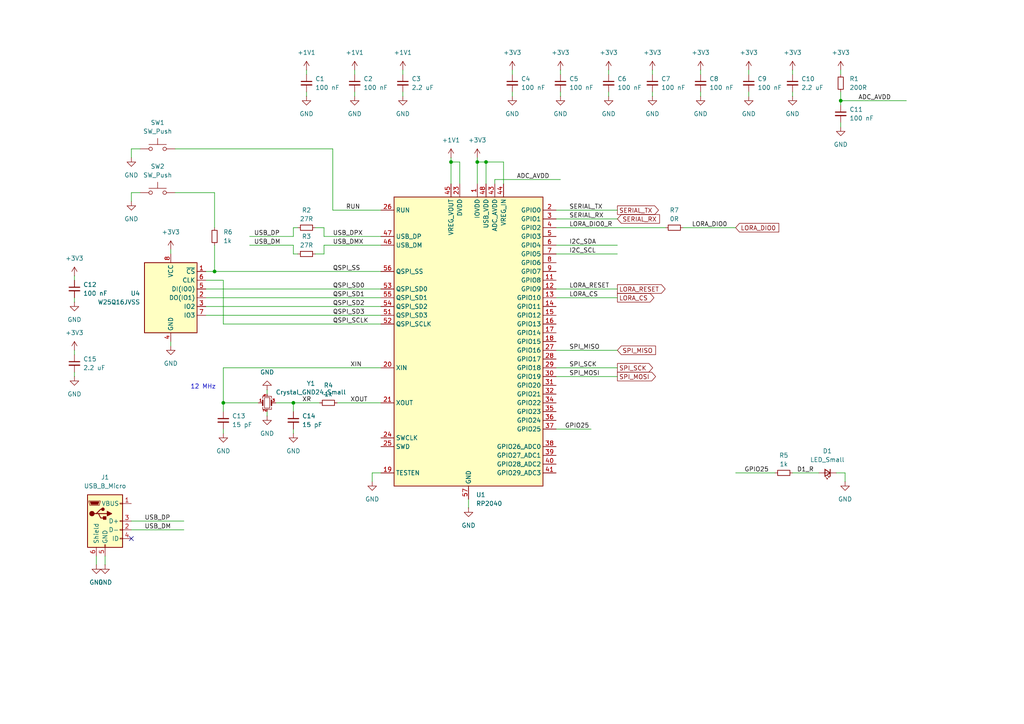
<source format=kicad_sch>
(kicad_sch (version 20231120) (generator "eeschema") (generator_version "8.0")
  (paper "A4")
  (title_block (title "RP2040LoRaTracker") (date "2025-03-31") (rev "0.1") (company "generationmake"))
  (lib_symbols
    (symbol "Connector:USB_B_Micro" (pin_names (offset 1.016))
      (property "Reference" "J" (at -5.08 11.43 0))
      (property "Value" "USB_B_Micro" (at -5.08 8.89 0))
      (symbol "USB_B_Micro_0_1"
        (rectangle (start -5.08 -7.62) (end 5.08 7.62) (stroke (width 0.254)) (fill (type background)))
        (circle (center -3.81 2.159) (radius 0.635) (stroke (width 0.254)) (fill (type outline)))
        (circle (center -0.635 3.429) (radius 0.381) (stroke (width 0.254)) (fill (type outline)))
        (rectangle (start -0.127 -7.62) (end 0.127 -6.858))
        (polyline (pts (xy -1.905 2.159) (xy 0.635 2.159)) (stroke (width 0.254)))
        (polyline (pts (xy -3.175 2.159) (xy -2.54 2.159) (xy -1.27 3.429) (xy -0.635 3.429)) (stroke (width 0.254)))
        (polyline (pts (xy -2.54 2.159) (xy -1.905 2.159) (xy -1.27 0.889) (xy 0 0.889)) (stroke (width 0.254)))
        (polyline (pts (xy 0.635 2.794) (xy 0.635 1.524) (xy 1.905 2.159) (xy 0.635 2.794)) (stroke (width 0.254)) (fill (type outline)))
        (polyline (pts (xy -4.318 5.588) (xy -1.778 5.588) (xy -2.032 4.826) (xy -4.064 4.826) (xy -4.318 5.588)) (fill (type outline)))
        (polyline (pts (xy -4.699 5.842) (xy -4.699 5.588) (xy -4.445 4.826) (xy -4.445 4.572) (xy -1.651 4.572) (xy -1.651 4.826) (xy -1.397 5.588) (xy -1.397 5.842) (xy -4.699 5.842)))
        (rectangle (start 0.254 1.27) (end -0.508 0.508) (stroke (width 0.254)) (fill (type outline)))
        (rectangle (start 5.08 -5.207) (end 4.318 -4.953))
        (rectangle (start 5.08 -2.667) (end 4.318 -2.413))
        (rectangle (start 5.08 -0.127) (end 4.318 0.127))
        (rectangle (start 5.08 4.953) (end 4.318 5.207))
      )
      (symbol "USB_B_Micro_1_1"
        (pin power_out line (at 7.62 5.08 180) (length 2.54) (name "VBUS") (number "1"))
        (pin bidirectional line (at 7.62 -2.54 180) (length 2.54) (name "D-") (number "2"))
        (pin bidirectional line (at 7.62 0 180) (length 2.54) (name "D+") (number "3"))
        (pin passive line (at 7.62 -5.08 180) (length 2.54) (name "ID") (number "4"))
        (pin power_out line (at 0 -10.16 90) (length 2.54) (name "GND") (number "5"))
        (pin passive line (at -2.54 -10.16 90) (length 2.54) (name "Shield") (number "6"))
      )
    )
    (symbol "Device:C_Small" (pin_numbers hide) (pin_names (offset 0.254) hide)
      (property "Reference" "C" (at 0.254 1.778 0))
      (property "Value" "C_Small" (at 0.254 -2.032 0))
      (symbol "C_Small_0_1"
        (polyline (pts (xy -1.524 -0.508) (xy 1.524 -0.508)) (stroke (width 0.3302)))
        (polyline (pts (xy -1.524 0.508) (xy 1.524 0.508)) (stroke (width 0.3048)))
      )
      (symbol "C_Small_1_1"
        (pin passive line (at 0 2.54 270) (length 2.032) (name "~") (number "1"))
        (pin passive line (at 0 -2.54 90) (length 2.032) (name "~") (number "2"))
      )
    )
    (symbol "Device:Crystal_GND24_Small" (pin_names (offset 1.016) hide)
      (property "Reference" "Y" (at 1.27 4.445 0))
      (property "Value" "Crystal_GND24_Small" (at 1.27 2.54 0))
      (symbol "Crystal_GND24_Small_0_1"
        (rectangle (start -0.762 -1.524) (end 0.762 1.524))
        (polyline (pts (xy -1.27 -0.762) (xy -1.27 0.762)) (stroke (width 0.381)))
        (polyline (pts (xy 1.27 -0.762) (xy 1.27 0.762)) (stroke (width 0.381)))
        (polyline (pts (xy -1.27 -1.27) (xy -1.27 -1.905) (xy 1.27 -1.905) (xy 1.27 -1.27)))
        (polyline (pts (xy -1.27 1.27) (xy -1.27 1.905) (xy 1.27 1.905) (xy 1.27 1.27)))
      )
      (symbol "Crystal_GND24_Small_1_1"
        (pin passive line (at -2.54 0 0) (length 1.27) (name "1") (number "1"))
        (pin passive line (at 0 -2.54 90) (length 0.635) (name "2") (number "2"))
        (pin passive line (at 2.54 0 180) (length 1.27) (name "3") (number "3"))
        (pin passive line (at 0 2.54 270) (length 0.635) (name "4") (number "4"))
      )
    )
    (symbol "Device:LED_Small" (pin_numbers hide) (pin_names (offset 0.254) hide)
      (property "Reference" "D" (at -1.27 3.175 0))
      (property "Value" "LED_Small" (at -4.445 -2.54 0))
      (symbol "LED_Small_0_1"
        (polyline (pts (xy -0.762 -1.016) (xy -0.762 1.016)) (stroke (width 0.254)))
        (polyline (pts (xy 1.016 0) (xy -0.762 0)))
        (polyline (pts (xy 0.762 -1.016) (xy -0.762 0) (xy 0.762 1.016) (xy 0.762 -1.016)) (stroke (width 0.254)))
        (polyline (pts (xy 0 0.762) (xy -0.508 1.27) (xy -0.254 1.27) (xy -0.508 1.27) (xy -0.508 1.016)))
        (polyline (pts (xy 0.508 1.27) (xy 0 1.778) (xy 0.254 1.778) (xy 0 1.778) (xy 0 1.524)))
      )
      (symbol "LED_Small_1_1"
        (pin passive line (at -2.54 0 0) (length 1.778) (name "K") (number "1"))
        (pin passive line (at 2.54 0 180) (length 1.778) (name "A") (number "2"))
      )
    )
    (symbol "Device:R_Small" (pin_numbers hide) (pin_names (offset 0.254) hide)
      (property "Reference" "R" (at 0.762 0.508 0))
      (property "Value" "R_Small" (at 0.762 -1.016 0))
      (symbol "R_Small_0_1"
        (rectangle (start -0.762 1.778) (end 0.762 -1.778) (stroke (width 0.2032)))
      )
      (symbol "R_Small_1_1"
        (pin passive line (at 0 2.54 270) (length 0.762) (name "~") (number "1"))
        (pin passive line (at 0 -2.54 90) (length 0.762) (name "~") (number "2"))
      )
    )
    (symbol "MCU_RaspberryPi:RP2040"
      (property "Reference" "U" (at 17.78 45.72 0))
      (property "Value" "RP2040" (at 17.78 43.18 0))
      (symbol "RP2040_0_1"
        (rectangle (start -21.59 41.91) (end 21.59 -41.91) (stroke (width 0.254)) (fill (type background)))
      )
      (symbol "RP2040_1_1"
        (pin power_in line (at 2.54 45.72 270) (length 3.81) (name "IOVDD") (number "1"))
        (pin passive line (at 2.54 45.72 270) (length 3.81) hide (name "IOVDD") (number "10"))
        (pin bidirectional line (at 25.4 17.78 180) (length 3.81) (name "GPIO8") (number "11"))
        (pin bidirectional line (at 25.4 15.24 180) (length 3.81) (name "GPIO9") (number "12"))
        (pin bidirectional line (at 25.4 12.7 180) (length 3.81) (name "GPIO10") (number "13"))
        (pin bidirectional line (at 25.4 10.16 180) (length 3.81) (name "GPIO11") (number "14"))
        (pin bidirectional line (at 25.4 7.62 180) (length 3.81) (name "GPIO12") (number "15"))
        (pin bidirectional line (at 25.4 5.08 180) (length 3.81) (name "GPIO13") (number "16"))
        (pin bidirectional line (at 25.4 2.54 180) (length 3.81) (name "GPIO14") (number "17"))
        (pin bidirectional line (at 25.4 0 180) (length 3.81) (name "GPIO15") (number "18"))
        (pin input line (at -25.4 -38.1 0) (length 3.81) (name "TESTEN") (number "19"))
        (pin bidirectional line (at 25.4 38.1 180) (length 3.81) (name "GPIO0") (number "2"))
        (pin input line (at -25.4 -7.62 0) (length 3.81) (name "XIN") (number "20"))
        (pin passive line (at -25.4 -17.78 0) (length 3.81) (name "XOUT") (number "21"))
        (pin passive line (at 2.54 45.72 270) (length 3.81) hide (name "IOVDD") (number "22"))
        (pin power_in line (at -2.54 45.72 270) (length 3.81) (name "DVDD") (number "23"))
        (pin input line (at -25.4 -27.94 0) (length 3.81) (name "SWCLK") (number "24"))
        (pin bidirectional line (at -25.4 -30.48 0) (length 3.81) (name "SWD") (number "25"))
        (pin input line (at -25.4 38.1 0) (length 3.81) (name "RUN") (number "26"))
        (pin bidirectional line (at 25.4 -2.54 180) (length 3.81) (name "GPIO16") (number "27"))
        (pin bidirectional line (at 25.4 -5.08 180) (length 3.81) (name "GPIO17") (number "28"))
        (pin bidirectional line (at 25.4 -7.62 180) (length 3.81) (name "GPIO18") (number "29"))
        (pin bidirectional line (at 25.4 35.56 180) (length 3.81) (name "GPIO1") (number "3"))
        (pin bidirectional line (at 25.4 -10.16 180) (length 3.81) (name "GPIO19") (number "30"))
        (pin bidirectional line (at 25.4 -12.7 180) (length 3.81) (name "GPIO20") (number "31"))
        (pin bidirectional line (at 25.4 -15.24 180) (length 3.81) (name "GPIO21") (number "32"))
        (pin passive line (at 2.54 45.72 270) (length 3.81) hide (name "IOVDD") (number "33"))
        (pin bidirectional line (at 25.4 -17.78 180) (length 3.81) (name "GPIO22") (number "34"))
        (pin bidirectional line (at 25.4 -20.32 180) (length 3.81) (name "GPIO23") (number "35"))
        (pin bidirectional line (at 25.4 -22.86 180) (length 3.81) (name "GPIO24") (number "36"))
        (pin bidirectional line (at 25.4 -25.4 180) (length 3.81) (name "GPIO25") (number "37"))
        (pin bidirectional line (at 25.4 -30.48 180) (length 3.81) (name "GPIO26_ADC0") (number "38"))
        (pin bidirectional line (at 25.4 -33.02 180) (length 3.81) (name "GPIO27_ADC1") (number "39"))
        (pin bidirectional line (at 25.4 33.02 180) (length 3.81) (name "GPIO2") (number "4"))
        (pin bidirectional line (at 25.4 -35.56 180) (length 3.81) (name "GPIO28_ADC2") (number "40"))
        (pin bidirectional line (at 25.4 -38.1 180) (length 3.81) (name "GPIO29_ADC3") (number "41"))
        (pin passive line (at 2.54 45.72 270) (length 3.81) hide (name "IOVDD") (number "42"))
        (pin power_in line (at 7.62 45.72 270) (length 3.81) (name "ADC_AVDD") (number "43"))
        (pin power_in line (at 10.16 45.72 270) (length 3.81) (name "VREG_IN") (number "44"))
        (pin power_out line (at -5.08 45.72 270) (length 3.81) (name "VREG_VOUT") (number "45"))
        (pin bidirectional line (at -25.4 27.94 0) (length 3.81) (name "USB_DM") (number "46"))
        (pin bidirectional line (at -25.4 30.48 0) (length 3.81) (name "USB_DP") (number "47"))
        (pin power_in line (at 5.08 45.72 270) (length 3.81) (name "USB_VDD") (number "48"))
        (pin passive line (at 2.54 45.72 270) (length 3.81) hide (name "IOVDD") (number "49"))
        (pin bidirectional line (at 25.4 30.48 180) (length 3.81) (name "GPIO3") (number "5"))
        (pin passive line (at -2.54 45.72 270) (length 3.81) hide (name "DVDD") (number "50"))
        (pin bidirectional line (at -25.4 7.62 0) (length 3.81) (name "QSPI_SD3") (number "51"))
        (pin output line (at -25.4 5.08 0) (length 3.81) (name "QSPI_SCLK") (number "52"))
        (pin bidirectional line (at -25.4 15.24 0) (length 3.81) (name "QSPI_SD0") (number "53"))
        (pin bidirectional line (at -25.4 10.16 0) (length 3.81) (name "QSPI_SD2") (number "54"))
        (pin bidirectional line (at -25.4 12.7 0) (length 3.81) (name "QSPI_SD1") (number "55"))
        (pin bidirectional line (at -25.4 20.32 0) (length 3.81) (name "QSPI_SS") (number "56"))
        (pin power_in line (at 0 -45.72 90) (length 3.81) (name "GND") (number "57"))
        (pin bidirectional line (at 25.4 27.94 180) (length 3.81) (name "GPIO4") (number "6"))
        (pin bidirectional line (at 25.4 25.4 180) (length 3.81) (name "GPIO5") (number "7"))
        (pin bidirectional line (at 25.4 22.86 180) (length 3.81) (name "GPIO6") (number "8"))
        (pin bidirectional line (at 25.4 20.32 180) (length 3.81) (name "GPIO7") (number "9"))
      )
    )
    (symbol "Memory_Flash:W25Q16JVSS"
      (property "Reference" "U" (at -6.35 11.43 0))
      (property "Value" "W25Q16JVSS" (at 7.62 11.43 0))
      (symbol "W25Q16JVSS_0_1"
        (rectangle (start -7.62 10.16) (end 7.62 -10.16) (stroke (width 0.254)) (fill (type background)))
      )
      (symbol "W25Q16JVSS_1_1"
        (pin input line (at -10.16 7.62 0) (length 2.54) (name "~{CS}") (number "1"))
        (pin bidirectional line (at -10.16 0 0) (length 2.54) (name "DO(IO1)") (number "2"))
        (pin bidirectional line (at -10.16 -2.54 0) (length 2.54) (name "IO2") (number "3"))
        (pin power_in line (at 0 -12.7 90) (length 2.54) (name "GND") (number "4"))
        (pin bidirectional line (at -10.16 2.54 0) (length 2.54) (name "DI(IO0)") (number "5"))
        (pin input line (at -10.16 5.08 0) (length 2.54) (name "CLK") (number "6"))
        (pin bidirectional line (at -10.16 -5.08 0) (length 2.54) (name "IO3") (number "7"))
        (pin power_in line (at 0 12.7 270) (length 2.54) (name "VCC") (number "8"))
      )
    )
    (symbol "Switch:SW_Push" (pin_numbers hide) (pin_names (offset 1.016) hide)
      (property "Reference" "SW" (at 1.27 2.54 0))
      (property "Value" "SW_Push" (at 0 -1.524 0))
      (symbol "SW_Push_0_1"
        (circle (center -2.032 0) (radius 0.508))
        (polyline (pts (xy 0 1.27) (xy 0 3.048)))
        (polyline (pts (xy 2.54 1.27) (xy -2.54 1.27)))
        (circle (center 2.032 0) (radius 0.508))
        (pin passive line (at -5.08 0 0) (length 2.54) (name "1") (number "1"))
        (pin passive line (at 5.08 0 180) (length 2.54) (name "2") (number "2"))
      )
    )
    (symbol "power:+1V1" (power) (pin_numbers hide) (pin_names (offset 0) hide)
      (property "Value" "+1V1" (at 0 3.556 0))
      (symbol "+1V1_0_1"
        (polyline (pts (xy -0.762 1.27) (xy 0 2.54)))
        (polyline (pts (xy 0 0) (xy 0 2.54)))
        (polyline (pts (xy 0 2.54) (xy 0.762 1.27)))
      )
      (symbol "+1V1_1_1"
        (pin power_in line (at 0 0 90) (length 0) (name "~") (number "1"))
      )
    )
    (symbol "power:+3V3" (power) (pin_numbers hide) (pin_names (offset 0) hide)
      (property "Value" "+3V3" (at 0 3.556 0))
      (symbol "+3V3_0_1"
        (polyline (pts (xy -0.762 1.27) (xy 0 2.54)))
        (polyline (pts (xy 0 0) (xy 0 2.54)))
        (polyline (pts (xy 0 2.54) (xy 0.762 1.27)))
      )
      (symbol "+3V3_1_1"
        (pin power_in line (at 0 0 90) (length 0) (name "~") (number "1"))
      )
    )
    (symbol "power:GND" (power) (pin_numbers hide) (pin_names (offset 0) hide)
      (property "Value" "GND" (at 0 -3.81 0))
      (symbol "GND_0_1"
        (polyline (pts (xy 0 0) (xy 0 -1.27) (xy 1.27 -1.27) (xy 0 -2.54) (xy -1.27 -1.27) (xy 0 -1.27)))
      )
      (symbol "GND_1_1"
        (pin power_in line (at 0 0 270) (length 0) (name "~") (number "1"))
      )
    )
  )
  (junction (at 130.81 46.99))
  (junction (at 85.09 116.84))
  (junction (at 64.77 116.84))
  (junction (at 62.23 78.74))
  (junction (at 140.97 46.99))
  (junction (at 243.84 29.21))
  (junction (at 138.43 46.99))
  (no_connect (at 38.1 156.21))
  (wire (pts (xy 146.05 53.34) (xy 146.05 46.99)))
  (wire (pts (xy 189.23 26.67) (xy 189.23 27.94)))
  (wire (pts (xy 116.84 20.32) (xy 116.84 21.59)))
  (wire (pts (xy 229.87 26.67) (xy 229.87 27.94)))
  (wire (pts (xy 59.69 83.82) (xy 110.49 83.82)))
  (wire (pts (xy 40.64 43.18) (xy 38.1 43.18)))
  (wire (pts (xy 21.59 86.36) (xy 21.59 87.63)))
  (wire (pts (xy 85.09 71.12) (xy 85.09 73.66)))
  (wire (pts (xy 93.98 71.12) (xy 93.98 73.66)))
  (wire (pts (xy 148.59 26.67) (xy 148.59 27.94)))
  (wire (pts (xy 21.59 101.6) (xy 21.59 102.87)))
  (wire (pts (xy 85.09 68.58) (xy 85.09 66.04)))
  (wire (pts (xy 38.1 153.67) (xy 53.34 153.67)))
  (wire (pts (xy 140.97 46.99) (xy 146.05 46.99)))
  (wire (pts (xy 245.11 137.16) (xy 245.11 139.7)))
  (wire (pts (xy 161.29 109.22) (xy 179.07 109.22)))
  (wire (pts (xy 130.81 46.99) (xy 130.81 53.34)))
  (wire (pts (xy 49.53 72.39) (xy 49.53 73.66)))
  (wire (pts (xy 140.97 46.99) (xy 140.97 53.34)))
  (wire (pts (xy 38.1 43.18) (xy 38.1 45.72)))
  (wire (pts (xy 40.64 55.88) (xy 38.1 55.88)))
  (wire (pts (xy 243.84 35.56) (xy 243.84 36.83)))
  (wire (pts (xy 161.29 124.46) (xy 171.45 124.46)))
  (wire (pts (xy 64.77 124.46) (xy 64.77 125.73)))
  (wire (pts (xy 130.81 45.72) (xy 130.81 46.99)))
  (wire (pts (xy 77.47 119.38) (xy 77.47 120.65)))
  (wire (pts (xy 72.39 68.58) (xy 85.09 68.58)))
  (wire (pts (xy 93.98 71.12) (xy 110.49 71.12)))
  (wire (pts (xy 85.09 66.04) (xy 86.36 66.04)))
  (wire (pts (xy 162.56 20.32) (xy 162.56 21.59)))
  (wire (pts (xy 59.69 91.44) (xy 110.49 91.44)))
  (wire (pts (xy 85.09 116.84) (xy 85.09 119.38)))
  (wire (pts (xy 243.84 26.67) (xy 243.84 29.21)))
  (wire (pts (xy 162.56 26.67) (xy 162.56 27.94)))
  (wire (pts (xy 143.51 52.07) (xy 143.51 53.34)))
  (wire (pts (xy 176.53 20.32) (xy 176.53 21.59)))
  (wire (pts (xy 161.29 71.12) (xy 179.07 71.12)))
  (wire (pts (xy 229.87 137.16) (xy 237.49 137.16)))
  (wire (pts (xy 85.09 124.46) (xy 85.09 125.73)))
  (wire (pts (xy 30.48 161.29) (xy 30.48 163.83)))
  (wire (pts (xy 242.57 137.16) (xy 245.11 137.16)))
  (wire (pts (xy 72.39 71.12) (xy 85.09 71.12)))
  (wire (pts (xy 59.69 86.36) (xy 110.49 86.36)))
  (wire (pts (xy 133.35 53.34) (xy 133.35 46.99)))
  (wire (pts (xy 62.23 78.74) (xy 110.49 78.74)))
  (wire (pts (xy 96.52 43.18) (xy 50.8 43.18)))
  (wire (pts (xy 49.53 99.06) (xy 49.53 100.33)))
  (wire (pts (xy 203.2 26.67) (xy 203.2 27.94)))
  (wire (pts (xy 21.59 107.95) (xy 21.59 109.22)))
  (wire (pts (xy 161.29 106.68) (xy 179.07 106.68)))
  (wire (pts (xy 135.89 144.78) (xy 135.89 147.32)))
  (wire (pts (xy 64.77 116.84) (xy 74.93 116.84)))
  (wire (pts (xy 229.87 20.32) (xy 229.87 21.59)))
  (wire (pts (xy 64.77 93.98) (xy 64.77 81.28)))
  (wire (pts (xy 88.9 20.32) (xy 88.9 21.59)))
  (wire (pts (xy 138.43 45.72) (xy 138.43 46.99)))
  (wire (pts (xy 110.49 137.16) (xy 107.95 137.16)))
  (wire (pts (xy 203.2 20.32) (xy 203.2 21.59)))
  (wire (pts (xy 59.69 88.9) (xy 110.49 88.9)))
  (wire (pts (xy 116.84 26.67) (xy 116.84 27.94)))
  (wire (pts (xy 93.98 66.04) (xy 91.44 66.04)))
  (wire (pts (xy 243.84 29.21) (xy 262.89 29.21)))
  (wire (pts (xy 88.9 26.67) (xy 88.9 27.94)))
  (wire (pts (xy 85.09 116.84) (xy 92.71 116.84)))
  (wire (pts (xy 138.43 46.99) (xy 140.97 46.99)))
  (wire (pts (xy 96.52 60.96) (xy 96.52 43.18)))
  (wire (pts (xy 162.56 52.07) (xy 143.51 52.07)))
  (wire (pts (xy 85.09 73.66) (xy 86.36 73.66)))
  (wire (pts (xy 161.29 86.36) (xy 179.07 86.36)))
  (wire (pts (xy 62.23 71.12) (xy 62.23 78.74)))
  (wire (pts (xy 102.87 26.67) (xy 102.87 27.94)))
  (wire (pts (xy 161.29 101.6) (xy 179.07 101.6)))
  (wire (pts (xy 62.23 66.04) (xy 62.23 55.88)))
  (wire (pts (xy 161.29 73.66) (xy 179.07 73.66)))
  (wire (pts (xy 213.36 137.16) (xy 224.79 137.16)))
  (wire (pts (xy 189.23 20.32) (xy 189.23 21.59)))
  (wire (pts (xy 62.23 55.88) (xy 50.8 55.88)))
  (wire (pts (xy 93.98 68.58) (xy 110.49 68.58)))
  (wire (pts (xy 97.79 116.84) (xy 110.49 116.84)))
  (wire (pts (xy 80.01 116.84) (xy 85.09 116.84)))
  (wire (pts (xy 138.43 46.99) (xy 138.43 53.34)))
  (wire (pts (xy 161.29 63.5) (xy 179.07 63.5)))
  (wire (pts (xy 107.95 137.16) (xy 107.95 139.7)))
  (wire (pts (xy 110.49 60.96) (xy 96.52 60.96)))
  (wire (pts (xy 176.53 26.67) (xy 176.53 27.94)))
  (wire (pts (xy 243.84 20.32) (xy 243.84 21.59)))
  (wire (pts (xy 64.77 116.84) (xy 64.77 119.38)))
  (wire (pts (xy 161.29 66.04) (xy 193.04 66.04)))
  (wire (pts (xy 133.35 46.99) (xy 130.81 46.99)))
  (wire (pts (xy 102.87 20.32) (xy 102.87 21.59)))
  (wire (pts (xy 93.98 68.58) (xy 93.98 66.04)))
  (wire (pts (xy 38.1 55.88) (xy 38.1 58.42)))
  (wire (pts (xy 64.77 106.68) (xy 64.77 116.84)))
  (wire (pts (xy 77.47 113.03) (xy 77.47 114.3)))
  (wire (pts (xy 148.59 20.32) (xy 148.59 21.59)))
  (wire (pts (xy 38.1 151.13) (xy 53.34 151.13)))
  (wire (pts (xy 161.29 83.82) (xy 179.07 83.82)))
  (wire (pts (xy 243.84 29.21) (xy 243.84 30.48)))
  (wire (pts (xy 64.77 81.28) (xy 59.69 81.28)))
  (wire (pts (xy 27.94 161.29) (xy 27.94 163.83)))
  (wire (pts (xy 161.29 60.96) (xy 179.07 60.96)))
  (wire (pts (xy 59.69 78.74) (xy 62.23 78.74)))
  (wire (pts (xy 91.44 73.66) (xy 93.98 73.66)))
  (wire (pts (xy 110.49 93.98) (xy 64.77 93.98)))
  (wire (pts (xy 217.17 26.67) (xy 217.17 27.94)))
  (wire (pts (xy 21.59 80.01) (xy 21.59 81.28)))
  (wire (pts (xy 198.12 66.04) (xy 213.36 66.04)))
  (wire (pts (xy 110.49 106.68) (xy 64.77 106.68)))
  (wire (pts (xy 217.17 20.32) (xy 217.17 21.59)))
  (text "12 MHz" (at 58.928 112.268 0) (effects (font (size 1.27 1.27))))
  (label "LORA_CS" (at 165.1 86.36 0))
  (label "XOUT" (at 101.6 116.84 0))
  (label "USB_DM" (at 41.91 153.67 0))
  (label "USB_DP" (at 73.66 68.58 0))
  (label "XIN" (at 101.6 106.68 0))
  (label "LORA_DIO0_R" (at 165.1 66.04 0))
  (label "I2C_SCL" (at 165.1 73.66 0))
  (label "QSPI_SD2" (at 96.52 88.9 0))
  (label "SERIAL_TX" (at 165.1 60.96 0))
  (label "ADC_AVDD" (at 149.86 52.07 0))
  (label "QSPI_SD1" (at 96.52 86.36 0))
  (label "GPIO25" (at 163.83 124.46 0))
  (label "QSPI_SD3" (at 96.52 91.44 0))
  (label "USB_DP" (at 41.91 151.13 0))
  (label "RUN" (at 100.33 60.96 0))
  (label "XR" (at 87.63 116.84 0))
  (label "LORA_DIO0" (at 200.66 66.04 0))
  (label "QSPI_SD0" (at 96.52 83.82 0))
  (label "QSPI_SS" (at 96.52 78.74 0))
  (label "SPI_MISO" (at 165.1 101.6 0))
  (label "USB_DM" (at 73.66 71.12 0))
  (label "SPI_SCK" (at 165.1 106.68 0))
  (label "LORA_RESET" (at 165.1 83.82 0))
  (label "SERIAL_RX" (at 165.1 63.5 0))
  (label "GPIO25" (at 215.9 137.16 0))
  (label "USB_DPX" (at 96.52 68.58 0))
  (label "ADC_AVDD" (at 248.92 29.21 0))
  (label "USB_DMX" (at 96.52 71.12 0))
  (label "I2C_SDA" (at 165.1 71.12 0))
  (label "QSPI_SCLK" (at 96.52 93.98 0))
  (label "D1_R" (at 231.14 137.16 0))
  (label "SPI_MOSI" (at 165.1 109.22 0))
  (global_label "LORA_CS" (shape output) (at 179.07 86.36 0) (property "Intersheetrefs" "${INTERSHEET_REFS}" (effects (hide yes))))
  (global_label "SPI_MISO" (shape input) (at 179.07 101.6 0) (property "Intersheetrefs" "${INTERSHEET_REFS}" (effects (hide yes))))
  (global_label "LORA_RESET" (shape output) (at 179.07 83.82 0) (property "Intersheetrefs" "${INTERSHEET_REFS}" (effects (hide yes))))
  (global_label "SERIAL_RX" (shape input) (at 179.07 63.5 0) (property "Intersheetrefs" "${INTERSHEET_REFS}" (effects (hide yes))))
  (global_label "LORA_DIO0" (shape input) (at 213.36 66.04 0) (property "Intersheetrefs" "${INTERSHEET_REFS}" (effects (hide yes))))
  (global_label "SPI_MOSI" (shape output) (at 179.07 109.22 0) (property "Intersheetrefs" "${INTERSHEET_REFS}" (effects (hide yes))))
  (global_label "SPI_SCK" (shape output) (at 179.07 106.68 0) (property "Intersheetrefs" "${INTERSHEET_REFS}" (effects (hide yes))))
  (global_label "SERIAL_TX" (shape output) (at 179.07 60.96 0) (property "Intersheetrefs" "${INTERSHEET_REFS}" (effects (hide yes))))
  (symbol (lib_id "power:GND") (at 77.47 120.65 0) (unit 1)
    (property "Reference" "#PWR34" (effects (hide yes)))
    (property "Value" "GND" (at 77.47 125.73 0))
    (property "Description" "Power symbol creates a global label with name \"GND\" , ground" (effects (hide yes)))
  )
  (symbol (lib_id "Device:C_Small") (at 64.77 121.92 0) (unit 1)
    (property "Reference" "C13" (at 67.31 120.6562 0) (effects (justify left)))
    (property "Value" "15 pF" (at 67.31 123.1962 0) (effects (justify left)))
    (property "Footprint" "Capacitor_SMD:C_0603_1608Metric" (effects (hide yes)))
    (property "Description" "Unpolarized capacitor, small symbol" (effects (hide yes)))
  )
  (symbol (lib_id "Device:C_Small") (at 162.56 24.13 0) (unit 1)
    (property "Reference" "C5" (at 165.1 22.8662 0) (effects (justify left)))
    (property "Value" "100 nF" (at 165.1 25.4062 0) (effects (justify left)))
    (property "Footprint" "Capacitor_SMD:C_0603_1608Metric" (effects (hide yes)))
    (property "Description" "Unpolarized capacitor, small symbol" (effects (hide yes)))
  )
  (symbol (lib_id "Device:R_Small") (at 62.23 68.58 0) (unit 1)
    (property "Reference" "R6" (at 64.77 67.3099 0) (effects (justify left)))
    (property "Value" "1k" (at 64.77 69.8499 0) (effects (justify left)))
    (property "Footprint" "Resistor_SMD:R_0603_1608Metric" (effects (hide yes)))
    (property "Description" "Resistor, small symbol" (effects (hide yes)))
  )
  (symbol (lib_id "power:GND") (at 176.53 27.94 0) (unit 1)
    (property "Reference" "#PWR18" (effects (hide yes)))
    (property "Value" "GND" (at 176.53 33.02 0))
    (property "Description" "Power symbol creates a global label with name \"GND\" , ground" (effects (hide yes)))
  )
  (symbol (lib_id "Device:C_Small") (at 88.9 24.13 0) (unit 1)
    (property "Reference" "C1" (at 91.44 22.8662 0) (effects (justify left)))
    (property "Value" "100 nF" (at 91.44 25.4062 0) (effects (justify left)))
    (property "Footprint" "Capacitor_SMD:C_0603_1608Metric" (effects (hide yes)))
    (property "Description" "Unpolarized capacitor, small symbol" (effects (hide yes)))
  )
  (symbol (lib_id "Device:R_Small") (at 88.9 73.66 90) (unit 1)
    (property "Reference" "R3" (at 88.9 68.58 90))
    (property "Value" "27R" (at 88.9 71.12 90))
    (property "Footprint" "Resistor_SMD:R_0603_1608Metric" (effects (hide yes)))
    (property "Description" "Resistor, small symbol" (effects (hide yes)))
  )
  (symbol (lib_id "Device:R_Small") (at 243.84 24.13 0) (unit 1)
    (property "Reference" "R1" (at 246.38 22.8599 0) (effects (justify left)))
    (property "Value" "200R" (at 246.38 25.3999 0) (effects (justify left)))
    (property "Footprint" "Resistor_SMD:R_0603_1608Metric" (effects (hide yes)))
    (property "Description" "Resistor, small symbol" (effects (hide yes)))
  )
  (symbol (lib_id "power:GND") (at 49.53 100.33 0) (unit 1)
    (property "Reference" "#PWR39" (effects (hide yes)))
    (property "Value" "GND" (at 49.53 105.41 0))
    (property "Description" "Power symbol creates a global label with name \"GND\" , ground" (effects (hide yes)))
  )
  (symbol (lib_id "power:+3V3") (at 21.59 101.6 0) (unit 1)
    (property "Reference" "#PWR37" (effects (hide yes)))
    (property "Value" "+3V3" (at 21.59 96.52 0))
    (property "Description" "Power symbol creates a global label with name \"+3V3\"" (effects (hide yes)))
  )
  (symbol (lib_id "Switch:SW_Push") (at 45.72 55.88 0) (unit 1)
    (property "Reference" "SW2" (at 45.72 48.26 0))
    (property "Value" "SW_Push" (at 45.72 50.8 0))
    (property "Description" "Push button switch, generic, two pins" (effects (hide yes)))
  )
  (symbol (lib_id "Device:C_Small") (at 203.2 24.13 0) (unit 1)
    (property "Reference" "C8" (at 205.74 22.8662 0) (effects (justify left)))
    (property "Value" "100 nF" (at 205.74 25.4062 0) (effects (justify left)))
    (property "Footprint" "Capacitor_SMD:C_0603_1608Metric" (effects (hide yes)))
    (property "Description" "Unpolarized capacitor, small symbol" (effects (hide yes)))
  )
  (symbol (lib_id "Device:C_Small") (at 148.59 24.13 0) (unit 1)
    (property "Reference" "C4" (at 151.13 22.8662 0) (effects (justify left)))
    (property "Value" "100 nF" (at 151.13 25.4062 0) (effects (justify left)))
    (property "Footprint" "Capacitor_SMD:C_0603_1608Metric" (effects (hide yes)))
    (property "Description" "Unpolarized capacitor, small symbol" (effects (hide yes)))
  )
  (symbol (lib_id "Device:C_Small") (at 189.23 24.13 0) (unit 1)
    (property "Reference" "C7" (at 191.77 22.8662 0) (effects (justify left)))
    (property "Value" "100 nF" (at 191.77 25.4062 0) (effects (justify left)))
    (property "Footprint" "Capacitor_SMD:C_0603_1608Metric" (effects (hide yes)))
    (property "Description" "Unpolarized capacitor, small symbol" (effects (hide yes)))
  )
  (symbol (lib_id "power:+3V3") (at 203.2 20.32 0) (unit 1)
    (property "Reference" "#PWR21" (effects (hide yes)))
    (property "Value" "+3V3" (at 203.2 15.24 0))
    (property "Description" "Power symbol creates a global label with name \"+3V3\"" (effects (hide yes)))
  )
  (symbol (lib_id "Device:C_Small") (at 85.09 121.92 0) (unit 1)
    (property "Reference" "C14" (at 87.63 120.6562 0) (effects (justify left)))
    (property "Value" "15 pF" (at 87.63 123.1962 0) (effects (justify left)))
    (property "Footprint" "Capacitor_SMD:C_0603_1608Metric" (effects (hide yes)))
    (property "Description" "Unpolarized capacitor, small symbol" (effects (hide yes)))
  )
  (symbol (lib_id "Device:C_Small") (at 116.84 24.13 0) (unit 1)
    (property "Reference" "C3" (at 119.38 22.8662 0) (effects (justify left)))
    (property "Value" "2.2 uF" (at 119.38 25.4062 0) (effects (justify left)))
    (property "Footprint" "Capacitor_SMD:C_0603_1608Metric" (effects (hide yes)))
    (property "Description" "Unpolarized capacitor, small symbol" (effects (hide yes)))
  )
  (symbol (lib_id "power:GND") (at 245.11 139.7 0) (unit 1)
    (property "Reference" "#PWR36" (effects (hide yes)))
    (property "Value" "GND" (at 245.11 144.78 0))
    (property "Description" "Power symbol creates a global label with name \"GND\" , ground" (effects (hide yes)))
  )
  (symbol (lib_id "Device:R_Small") (at 88.9 66.04 90) (unit 1)
    (property "Reference" "R2" (at 88.9 60.96 90))
    (property "Value" "27R" (at 88.9 63.5 90))
    (property "Footprint" "Resistor_SMD:R_0603_1608Metric" (effects (hide yes)))
    (property "Description" "Resistor, small symbol" (effects (hide yes)))
  )
  (symbol (lib_id "power:+3V3") (at 162.56 20.32 0) (unit 1)
    (property "Reference" "#PWR15" (effects (hide yes)))
    (property "Value" "+3V3" (at 162.56 15.24 0))
    (property "Description" "Power symbol creates a global label with name \"+3V3\"" (effects (hide yes)))
  )
  (symbol (lib_id "Device:C_Small") (at 229.87 24.13 0) (unit 1)
    (property "Reference" "C10" (at 232.41 22.8662 0) (effects (justify left)))
    (property "Value" "2.2 uF" (at 232.41 25.4062 0) (effects (justify left)))
    (property "Footprint" "Capacitor_SMD:C_0603_1608Metric" (effects (hide yes)))
    (property "Description" "Unpolarized capacitor, small symbol" (effects (hide yes)))
  )
  (symbol (lib_id "power:+3V3") (at 138.43 45.72 0) (unit 1)
    (property "Reference" "#PWR6" (effects (hide yes)))
    (property "Value" "+3V3" (at 138.43 40.64 0))
    (property "Description" "Power symbol creates a global label with name \"+3V3\"" (effects (hide yes)))
  )
  (symbol (lib_id "Memory_Flash:W25Q16JVSS") (at 49.53 86.36 0) (mirror y) (unit 1)
    (property "Reference" "U4" (at 40.64 85.0899 0) (effects (justify left)))
    (property "Value" "W25Q16JVSS" (at 40.64 87.6299 0) (effects (justify left)))
    (property "Footprint" "Package_SO:SOIC-8_5.23x5.23mm_P1.27mm" (effects (hide yes)))
    (property "Datasheet" "https://www.winbond.com/hq/support/documentation/levelOne.jsp?__locale=en&DocNo=DA00-W25Q16JV.1" (effects (hide yes)))
    (property "Description" "16Mb Serial Flash Memory, Standard/Dual/Quad SPI, SOIC-8" (effects (hide yes)))
  )
  (symbol (lib_id "power:GND") (at 38.1 58.42 0) (unit 1)
    (property "Reference" "#PWR41" (effects (hide yes)))
    (property "Value" "GND" (at 38.1 63.5 0))
    (property "Description" "Power symbol creates a global label with name \"GND\" , ground" (effects (hide yes)))
  )
  (symbol (lib_id "power:GND") (at 148.59 27.94 0) (unit 1)
    (property "Reference" "#PWR14" (effects (hide yes)))
    (property "Value" "GND" (at 148.59 33.02 0))
    (property "Description" "Power symbol creates a global label with name \"GND\" , ground" (effects (hide yes)))
  )
  (symbol (lib_id "power:+3V3") (at 148.59 20.32 0) (unit 1)
    (property "Reference" "#PWR13" (effects (hide yes)))
    (property "Value" "+3V3" (at 148.59 15.24 0))
    (property "Description" "Power symbol creates a global label with name \"+3V3\"" (effects (hide yes)))
  )
  (symbol (lib_id "power:GND") (at 135.89 147.32 0) (unit 1)
    (property "Reference" "#PWR1" (effects (hide yes)))
    (property "Value" "GND" (at 135.89 152.4 0))
    (property "Description" "Power symbol creates a global label with name \"GND\" , ground" (effects (hide yes)))
  )
  (symbol (lib_id "power:GND") (at 21.59 109.22 0) (unit 1)
    (property "Reference" "#PWR38" (effects (hide yes)))
    (property "Value" "GND" (at 21.59 114.3 0))
    (property "Description" "Power symbol creates a global label with name \"GND\" , ground" (effects (hide yes)))
  )
  (symbol (lib_id "Device:C_Small") (at 217.17 24.13 0) (unit 1)
    (property "Reference" "C9" (at 219.71 22.8662 0) (effects (justify left)))
    (property "Value" "100 nF" (at 219.71 25.4062 0) (effects (justify left)))
    (property "Footprint" "Capacitor_SMD:C_0603_1608Metric" (effects (hide yes)))
    (property "Description" "Unpolarized capacitor, small symbol" (effects (hide yes)))
  )
  (symbol (lib_id "power:GND") (at 21.59 87.63 0) (unit 1)
    (property "Reference" "#PWR30" (effects (hide yes)))
    (property "Value" "GND" (at 21.59 92.71 0))
    (property "Description" "Power symbol creates a global label with name \"GND\" , ground" (effects (hide yes)))
  )
  (symbol (lib_id "Device:C_Small") (at 21.59 83.82 0) (unit 1)
    (property "Reference" "C12" (at 24.13 82.5562 0) (effects (justify left)))
    (property "Value" "100 nF" (at 24.13 85.0962 0) (effects (justify left)))
    (property "Footprint" "Capacitor_SMD:C_0603_1608Metric" (effects (hide yes)))
    (property "Description" "Unpolarized capacitor, small symbol" (effects (hide yes)))
  )
  (symbol (lib_id "power:+3V3") (at 189.23 20.32 0) (unit 1)
    (property "Reference" "#PWR19" (effects (hide yes)))
    (property "Value" "+3V3" (at 189.23 15.24 0))
    (property "Description" "Power symbol creates a global label with name \"+3V3\"" (effects (hide yes)))
  )
  (symbol (lib_id "power:GND") (at 189.23 27.94 0) (unit 1)
    (property "Reference" "#PWR20" (effects (hide yes)))
    (property "Value" "GND" (at 189.23 33.02 0))
    (property "Description" "Power symbol creates a global label with name \"GND\" , ground" (effects (hide yes)))
  )
  (symbol (lib_id "power:+1V1") (at 130.81 45.72 0) (unit 1)
    (property "Reference" "#PWR31" (effects (hide yes)))
    (property "Value" "+1V1" (at 130.81 40.64 0))
    (property "Description" "Power symbol creates a global label with name \"+1V1\"" (effects (hide yes)))
  )
  (symbol (lib_id "power:GND") (at 27.94 163.83 0) (unit 1)
    (property "Reference" "#PWR43" (effects (hide yes)))
    (property "Value" "GND" (at 27.94 168.91 0))
    (property "Description" "Power symbol creates a global label with name \"GND\" , ground" (effects (hide yes)))
  )
  (symbol (lib_id "power:GND") (at 116.84 27.94 0) (unit 1)
    (property "Reference" "#PWR12" (effects (hide yes)))
    (property "Value" "GND" (at 116.84 33.02 0))
    (property "Description" "Power symbol creates a global label with name \"GND\" , ground" (effects (hide yes)))
  )
  (symbol (lib_id "Device:LED_Small") (at 240.03 137.16 180) (unit 1)
    (property "Reference" "D1" (at 239.9665 130.81 0))
    (property "Value" "LED_Small" (at 239.9665 133.35 0))
    (property "Footprint" "LED_SMD:LED_0603_1608Metric" (effects (hide yes)))
    (property "Description" "Light emitting diode, small symbol" (effects (hide yes)))
  )
  (symbol (lib_id "power:GND") (at 38.1 45.72 0) (unit 1)
    (property "Reference" "#PWR42" (effects (hide yes)))
    (property "Value" "GND" (at 38.1 50.8 0))
    (property "Description" "Power symbol creates a global label with name \"GND\" , ground" (effects (hide yes)))
  )
  (symbol (lib_id "power:GND") (at 162.56 27.94 0) (unit 1)
    (property "Reference" "#PWR16" (effects (hide yes)))
    (property "Value" "GND" (at 162.56 33.02 0))
    (property "Description" "Power symbol creates a global label with name \"GND\" , ground" (effects (hide yes)))
  )
  (symbol (lib_id "power:GND") (at 85.09 125.73 0) (unit 1)
    (property "Reference" "#PWR32" (effects (hide yes)))
    (property "Value" "GND" (at 85.09 130.81 0))
    (property "Description" "Power symbol creates a global label with name \"GND\" , ground" (effects (hide yes)))
  )
  (symbol (lib_id "power:GND") (at 217.17 27.94 0) (unit 1)
    (property "Reference" "#PWR24" (effects (hide yes)))
    (property "Value" "GND" (at 217.17 33.02 0))
    (property "Description" "Power symbol creates a global label with name \"GND\" , ground" (effects (hide yes)))
  )
  (symbol (lib_id "power:+3V3") (at 176.53 20.32 0) (unit 1)
    (property "Reference" "#PWR17" (effects (hide yes)))
    (property "Value" "+3V3" (at 176.53 15.24 0))
    (property "Description" "Power symbol creates a global label with name \"+3V3\"" (effects (hide yes)))
  )
  (symbol (lib_id "power:GND") (at 77.47 113.03 180) (unit 1)
    (property "Reference" "#PWR35" (effects (hide yes)))
    (property "Value" "GND" (at 77.47 107.95 0))
    (property "Description" "Power symbol creates a global label with name \"GND\" , ground" (effects (hide yes)))
  )
  (symbol (lib_id "power:+3V3") (at 229.87 20.32 0) (unit 1)
    (property "Reference" "#PWR25" (effects (hide yes)))
    (property "Value" "+3V3" (at 229.87 15.24 0))
    (property "Description" "Power symbol creates a global label with name \"+3V3\"" (effects (hide yes)))
  )
  (symbol (lib_id "power:GND") (at 243.84 36.83 0) (unit 1)
    (property "Reference" "#PWR28" (effects (hide yes)))
    (property "Value" "GND" (at 243.84 41.91 0))
    (property "Description" "Power symbol creates a global label with name \"GND\" , ground" (effects (hide yes)))
  )
  (symbol (lib_id "Connector:USB_B_Micro") (at 30.48 151.13 0) (unit 1)
    (property "Reference" "J1" (at 30.48 138.43 0))
    (property "Value" "USB_B_Micro" (at 30.48 140.97 0))
    (property "Description" "USB Micro Type B connector" (effects (hide yes)))
  )
  (symbol (lib_id "Device:Crystal_GND24_Small") (at 77.47 116.84 0) (unit 1)
    (property "Reference" "Y1" (at 90.17 111.2198 0))
    (property "Value" "Crystal_GND24_Small" (at 90.17 113.7598 0))
    (property "Description" "Four pin crystal, GND on pins 2 and 4, small symbol" (effects (hide yes)))
  )
  (symbol (lib_id "Device:C_Small") (at 176.53 24.13 0) (unit 1)
    (property "Reference" "C6" (at 179.07 22.8662 0) (effects (justify left)))
    (property "Value" "100 nF" (at 179.07 25.4062 0) (effects (justify left)))
    (property "Footprint" "Capacitor_SMD:C_0603_1608Metric" (effects (hide yes)))
    (property "Description" "Unpolarized capacitor, small symbol" (effects (hide yes)))
  )
  (symbol (lib_id "power:+3V3") (at 49.53 72.39 0) (unit 1)
    (property "Reference" "#PWR40" (effects (hide yes)))
    (property "Value" "+3V3" (at 49.53 67.31 0))
    (property "Description" "Power symbol creates a global label with name \"+3V3\"" (effects (hide yes)))
  )
  (symbol (lib_id "Device:C_Small") (at 243.84 33.02 0) (unit 1)
    (property "Reference" "C11" (at 246.38 31.7562 0) (effects (justify left)))
    (property "Value" "100 nF" (at 246.38 34.2962 0) (effects (justify left)))
    (property "Footprint" "Capacitor_SMD:C_0603_1608Metric" (effects (hide yes)))
    (property "Description" "Unpolarized capacitor, small symbol" (effects (hide yes)))
  )
  (symbol (lib_id "Device:R_Small") (at 195.58 66.04 90) (unit 1)
    (property "Reference" "R7" (at 195.58 60.96 90))
    (property "Value" "0R" (at 195.58 63.5 90))
    (property "Footprint" "Resistor_SMD:R_0603_1608Metric" (effects (hide yes)))
    (property "Description" "Resistor, small symbol" (effects (hide yes)))
  )
  (symbol (lib_id "power:GND") (at 64.77 125.73 0) (unit 1)
    (property "Reference" "#PWR33" (effects (hide yes)))
    (property "Value" "GND" (at 64.77 130.81 0))
    (property "Description" "Power symbol creates a global label with name \"GND\" , ground" (effects (hide yes)))
  )
  (symbol (lib_id "power:+3V3") (at 21.59 80.01 0) (unit 1)
    (property "Reference" "#PWR29" (effects (hide yes)))
    (property "Value" "+3V3" (at 21.59 74.93 0))
    (property "Description" "Power symbol creates a global label with name \"+3V3\"" (effects (hide yes)))
  )
  (symbol (lib_id "power:+1V1") (at 88.9 20.32 0) (unit 1)
    (property "Reference" "#PWR7" (effects (hide yes)))
    (property "Value" "+1V1" (at 88.9 15.24 0))
    (property "Description" "Power symbol creates a global label with name \"+1V1\"" (effects (hide yes)))
  )
  (symbol (lib_id "power:GND") (at 203.2 27.94 0) (unit 1)
    (property "Reference" "#PWR22" (effects (hide yes)))
    (property "Value" "GND" (at 203.2 33.02 0))
    (property "Description" "Power symbol creates a global label with name \"GND\" , ground" (effects (hide yes)))
  )
  (symbol (lib_id "Device:C_Small") (at 102.87 24.13 0) (unit 1)
    (property "Reference" "C2" (at 105.41 22.8662 0) (effects (justify left)))
    (property "Value" "100 nF" (at 105.41 25.4062 0) (effects (justify left)))
    (property "Footprint" "Capacitor_SMD:C_0603_1608Metric" (effects (hide yes)))
    (property "Description" "Unpolarized capacitor, small symbol" (effects (hide yes)))
  )
  (symbol (lib_id "power:+1V1") (at 102.87 20.32 0) (unit 1)
    (property "Reference" "#PWR9" (effects (hide yes)))
    (property "Value" "+1V1" (at 102.87 15.24 0))
    (property "Description" "Power symbol creates a global label with name \"+1V1\"" (effects (hide yes)))
  )
  (symbol (lib_id "MCU_RaspberryPi:RP2040") (at 135.89 99.06 0) (unit 1)
    (property "Reference" "U1" (at 138.0841 143.51 0) (effects (justify left)))
    (property "Value" "RP2040" (at 138.0841 146.05 0) (effects (justify left)))
    (property "Footprint" "Package_DFN_QFN:QFN-56-1EP_7x7mm_P0.4mm_EP3.2x3.2mm" (effects (hide yes)))
    (property "Datasheet" "https://datasheets.raspberrypi.com/rp2040/rp2040-datasheet.pdf" (effects (hide yes)))
    (property "Description" "A microcontroller by Raspberry Pi" (effects (hide yes)))
  )
  (symbol (lib_id "power:GND") (at 30.48 163.83 0) (unit 1)
    (property "Reference" "#PWR44" (effects (hide yes)))
    (property "Value" "GND" (at 30.48 168.91 0))
    (property "Description" "Power symbol creates a global label with name \"GND\" , ground" (effects (hide yes)))
  )
  (symbol (lib_id "power:+3V3") (at 217.17 20.32 0) (unit 1)
    (property "Reference" "#PWR23" (effects (hide yes)))
    (property "Value" "+3V3" (at 217.17 15.24 0))
    (property "Description" "Power symbol creates a global label with name \"+3V3\"" (effects (hide yes)))
  )
  (symbol (lib_id "Device:R_Small") (at 227.33 137.16 90) (unit 1)
    (property "Reference" "R5" (at 227.33 132.08 90))
    (property "Value" "1k" (at 227.33 134.62 90))
    (property "Footprint" "Resistor_SMD:R_0603_1608Metric" (effects (hide yes)))
    (property "Description" "Resistor, small symbol" (effects (hide yes)))
  )
  (symbol (lib_id "Device:R_Small") (at 95.25 116.84 90) (unit 1)
    (property "Reference" "R4" (at 95.25 111.76 90))
    (property "Value" "1k" (at 95.25 114.3 90))
    (property "Footprint" "Resistor_SMD:R_0603_1608Metric" (effects (hide yes)))
    (property "Description" "Resistor, small symbol" (effects (hide yes)))
  )
  (symbol (lib_id "Device:C_Small") (at 21.59 105.41 0) (unit 1)
    (property "Reference" "C15" (at 24.13 104.1462 0) (effects (justify left)))
    (property "Value" "2.2 uF" (at 24.13 106.6862 0) (effects (justify left)))
    (property "Footprint" "Capacitor_SMD:C_0603_1608Metric" (effects (hide yes)))
    (property "Description" "Unpolarized capacitor, small symbol" (effects (hide yes)))
  )
  (symbol (lib_id "Switch:SW_Push") (at 45.72 43.18 0) (unit 1)
    (property "Reference" "SW1" (at 45.72 35.56 0))
    (property "Value" "SW_Push" (at 45.72 38.1 0))
    (property "Description" "Push button switch, generic, two pins" (effects (hide yes)))
  )
  (symbol (lib_id "power:+1V1") (at 116.84 20.32 0) (unit 1)
    (property "Reference" "#PWR11" (effects (hide yes)))
    (property "Value" "+1V1" (at 116.84 15.24 0))
    (property "Description" "Power symbol creates a global label with name \"+1V1\"" (effects (hide yes)))
  )
  (symbol (lib_id "power:GND") (at 102.87 27.94 0) (unit 1)
    (property "Reference" "#PWR10" (effects (hide yes)))
    (property "Value" "GND" (at 102.87 33.02 0))
    (property "Description" "Power symbol creates a global label with name \"GND\" , ground" (effects (hide yes)))
  )
  (symbol (lib_id "power:GND") (at 88.9 27.94 0) (unit 1)
    (property "Reference" "#PWR8" (effects (hide yes)))
    (property "Value" "GND" (at 88.9 33.02 0))
    (property "Description" "Power symbol creates a global label with name \"GND\" , ground" (effects (hide yes)))
  )
  (symbol (lib_id "power:+3V3") (at 243.84 20.32 0) (unit 1)
    (property "Reference" "#PWR27" (effects (hide yes)))
    (property "Value" "+3V3" (at 243.84 15.24 0))
    (property "Description" "Power symbol creates a global label with name \"+3V3\"" (effects (hide yes)))
  )
  (symbol (lib_id "power:GND") (at 107.95 139.7 0) (unit 1)
    (property "Reference" "#PWR5" (effects (hide yes)))
    (property "Value" "GND" (at 107.95 144.78 0))
    (property "Description" "Power symbol creates a global label with name \"GND\" , ground" (effects (hide yes)))
  )
  (symbol (lib_id "power:GND") (at 229.87 27.94 0) (unit 1)
    (property "Reference" "#PWR26" (effects (hide yes)))
    (property "Value" "GND" (at 229.87 33.02 0))
    (property "Description" "Power symbol creates a global label with name \"GND\" , ground" (effects (hide yes)))
  )
)
</source>
